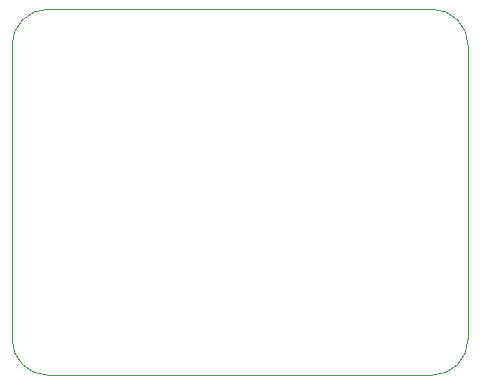
<source format=gbr>
%TF.GenerationSoftware,KiCad,Pcbnew,(6.0.2)*%
%TF.CreationDate,2022-04-29T01:07:20-04:00*%
%TF.ProjectId,Spacecraft ATmega328 MOSFET,53706163-6563-4726-9166-742041546d65,rev?*%
%TF.SameCoordinates,Original*%
%TF.FileFunction,Profile,NP*%
%FSLAX46Y46*%
G04 Gerber Fmt 4.6, Leading zero omitted, Abs format (unit mm)*
G04 Created by KiCad (PCBNEW (6.0.2)) date 2022-04-29 01:07:20*
%MOMM*%
%LPD*%
G01*
G04 APERTURE LIST*
%TA.AperFunction,Profile*%
%ADD10C,0.100000*%
%TD*%
G04 APERTURE END LIST*
D10*
X90424000Y-92202000D02*
X122936000Y-92202000D01*
X122936000Y-92202000D02*
G75*
G03*
X125984000Y-89154000I-2J3048002D01*
G01*
X125984000Y-64262000D02*
X125984000Y-89154000D01*
X87376000Y-64262000D02*
X87376000Y-89154000D01*
X125984000Y-64262000D02*
G75*
G03*
X122936000Y-61214000I-3048002J-2D01*
G01*
X90424000Y-61214000D02*
X122936000Y-61214000D01*
X90424000Y-61214000D02*
G75*
G03*
X87376000Y-64262000I2J-3048002D01*
G01*
X87376000Y-89154000D02*
G75*
G03*
X90424000Y-92202000I3048002J2D01*
G01*
M02*

</source>
